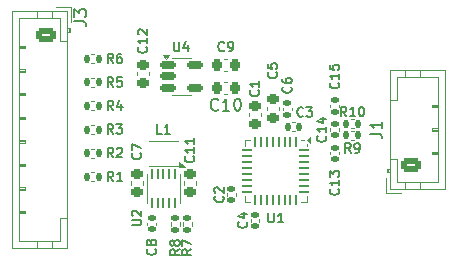
<source format=gbr>
%TF.GenerationSoftware,KiCad,Pcbnew,8.0.1*%
%TF.CreationDate,2024-04-25T00:01:52-04:00*%
%TF.ProjectId,ads1260_board,61647331-3236-4305-9f62-6f6172642e6b,rev?*%
%TF.SameCoordinates,Original*%
%TF.FileFunction,Legend,Top*%
%TF.FilePolarity,Positive*%
%FSLAX46Y46*%
G04 Gerber Fmt 4.6, Leading zero omitted, Abs format (unit mm)*
G04 Created by KiCad (PCBNEW 8.0.1) date 2024-04-25 00:01:52*
%MOMM*%
%LPD*%
G01*
G04 APERTURE LIST*
G04 Aperture macros list*
%AMRoundRect*
0 Rectangle with rounded corners*
0 $1 Rounding radius*
0 $2 $3 $4 $5 $6 $7 $8 $9 X,Y pos of 4 corners*
0 Add a 4 corners polygon primitive as box body*
4,1,4,$2,$3,$4,$5,$6,$7,$8,$9,$2,$3,0*
0 Add four circle primitives for the rounded corners*
1,1,$1+$1,$2,$3*
1,1,$1+$1,$4,$5*
1,1,$1+$1,$6,$7*
1,1,$1+$1,$8,$9*
0 Add four rect primitives between the rounded corners*
20,1,$1+$1,$2,$3,$4,$5,0*
20,1,$1+$1,$4,$5,$6,$7,0*
20,1,$1+$1,$6,$7,$8,$9,0*
20,1,$1+$1,$8,$9,$2,$3,0*%
G04 Aperture macros list end*
%ADD10C,0.150000*%
%ADD11C,0.120000*%
%ADD12C,1.300000*%
%ADD13O,1.750000X1.200000*%
%ADD14RoundRect,0.250000X-0.625000X0.350000X-0.625000X-0.350000X0.625000X-0.350000X0.625000X0.350000X0*%
%ADD15RoundRect,0.250000X0.625000X-0.350000X0.625000X0.350000X-0.625000X0.350000X-0.625000X-0.350000X0*%
%ADD16RoundRect,0.225000X0.225000X0.250000X-0.225000X0.250000X-0.225000X-0.250000X0.225000X-0.250000X0*%
%ADD17RoundRect,0.140000X-0.170000X0.140000X-0.170000X-0.140000X0.170000X-0.140000X0.170000X0.140000X0*%
%ADD18RoundRect,0.150000X-0.512500X-0.150000X0.512500X-0.150000X0.512500X0.150000X-0.512500X0.150000X0*%
%ADD19R,2.000000X1.200000*%
%ADD20RoundRect,0.062500X-0.062500X0.350000X-0.062500X-0.350000X0.062500X-0.350000X0.062500X0.350000X0*%
%ADD21R,3.150000X3.150000*%
%ADD22RoundRect,0.062500X-0.375000X0.062500X-0.375000X-0.062500X0.375000X-0.062500X0.375000X0.062500X0*%
%ADD23RoundRect,0.062500X-0.062500X0.375000X-0.062500X-0.375000X0.062500X-0.375000X0.062500X0.375000X0*%
%ADD24RoundRect,0.135000X0.135000X0.185000X-0.135000X0.185000X-0.135000X-0.185000X0.135000X-0.185000X0*%
%ADD25RoundRect,0.135000X-0.135000X-0.185000X0.135000X-0.185000X0.135000X0.185000X-0.135000X0.185000X0*%
%ADD26RoundRect,0.135000X0.185000X-0.135000X0.185000X0.135000X-0.185000X0.135000X-0.185000X-0.135000X0*%
%ADD27RoundRect,0.135000X-0.185000X0.135000X-0.185000X-0.135000X0.185000X-0.135000X0.185000X0.135000X0*%
%ADD28R,0.550000X1.600000*%
%ADD29RoundRect,0.140000X0.170000X-0.140000X0.170000X0.140000X-0.170000X0.140000X-0.170000X-0.140000X0*%
%ADD30RoundRect,0.225000X-0.250000X0.225000X-0.250000X-0.225000X0.250000X-0.225000X0.250000X0.225000X0*%
%ADD31RoundRect,0.225000X0.250000X-0.225000X0.250000X0.225000X-0.250000X0.225000X-0.250000X-0.225000X0*%
%ADD32RoundRect,0.140000X-0.140000X-0.170000X0.140000X-0.170000X0.140000X0.170000X-0.140000X0.170000X0*%
G04 APERTURE END LIST*
D10*
X115954819Y-72833333D02*
X116669104Y-72833333D01*
X116669104Y-72833333D02*
X116811961Y-72880952D01*
X116811961Y-72880952D02*
X116907200Y-72976190D01*
X116907200Y-72976190D02*
X116954819Y-73119047D01*
X116954819Y-73119047D02*
X116954819Y-73214285D01*
X115954819Y-72452380D02*
X115954819Y-71833333D01*
X115954819Y-71833333D02*
X116335771Y-72166666D01*
X116335771Y-72166666D02*
X116335771Y-72023809D01*
X116335771Y-72023809D02*
X116383390Y-71928571D01*
X116383390Y-71928571D02*
X116431009Y-71880952D01*
X116431009Y-71880952D02*
X116526247Y-71833333D01*
X116526247Y-71833333D02*
X116764342Y-71833333D01*
X116764342Y-71833333D02*
X116859580Y-71880952D01*
X116859580Y-71880952D02*
X116907200Y-71928571D01*
X116907200Y-71928571D02*
X116954819Y-72023809D01*
X116954819Y-72023809D02*
X116954819Y-72309523D01*
X116954819Y-72309523D02*
X116907200Y-72404761D01*
X116907200Y-72404761D02*
X116859580Y-72452380D01*
X141004819Y-82333333D02*
X141719104Y-82333333D01*
X141719104Y-82333333D02*
X141861961Y-82380952D01*
X141861961Y-82380952D02*
X141957200Y-82476190D01*
X141957200Y-82476190D02*
X142004819Y-82619047D01*
X142004819Y-82619047D02*
X142004819Y-82714285D01*
X142004819Y-81333333D02*
X142004819Y-81904761D01*
X142004819Y-81619047D02*
X141004819Y-81619047D01*
X141004819Y-81619047D02*
X141147676Y-81714285D01*
X141147676Y-81714285D02*
X141242914Y-81809523D01*
X141242914Y-81809523D02*
X141290533Y-81904761D01*
X128132142Y-80289580D02*
X128084523Y-80337200D01*
X128084523Y-80337200D02*
X127941666Y-80384819D01*
X127941666Y-80384819D02*
X127846428Y-80384819D01*
X127846428Y-80384819D02*
X127703571Y-80337200D01*
X127703571Y-80337200D02*
X127608333Y-80241961D01*
X127608333Y-80241961D02*
X127560714Y-80146723D01*
X127560714Y-80146723D02*
X127513095Y-79956247D01*
X127513095Y-79956247D02*
X127513095Y-79813390D01*
X127513095Y-79813390D02*
X127560714Y-79622914D01*
X127560714Y-79622914D02*
X127608333Y-79527676D01*
X127608333Y-79527676D02*
X127703571Y-79432438D01*
X127703571Y-79432438D02*
X127846428Y-79384819D01*
X127846428Y-79384819D02*
X127941666Y-79384819D01*
X127941666Y-79384819D02*
X128084523Y-79432438D01*
X128084523Y-79432438D02*
X128132142Y-79480057D01*
X129084523Y-80384819D02*
X128513095Y-80384819D01*
X128798809Y-80384819D02*
X128798809Y-79384819D01*
X128798809Y-79384819D02*
X128703571Y-79527676D01*
X128703571Y-79527676D02*
X128608333Y-79622914D01*
X128608333Y-79622914D02*
X128513095Y-79670533D01*
X129703571Y-79384819D02*
X129798809Y-79384819D01*
X129798809Y-79384819D02*
X129894047Y-79432438D01*
X129894047Y-79432438D02*
X129941666Y-79480057D01*
X129941666Y-79480057D02*
X129989285Y-79575295D01*
X129989285Y-79575295D02*
X130036904Y-79765771D01*
X130036904Y-79765771D02*
X130036904Y-80003866D01*
X130036904Y-80003866D02*
X129989285Y-80194342D01*
X129989285Y-80194342D02*
X129941666Y-80289580D01*
X129941666Y-80289580D02*
X129894047Y-80337200D01*
X129894047Y-80337200D02*
X129798809Y-80384819D01*
X129798809Y-80384819D02*
X129703571Y-80384819D01*
X129703571Y-80384819D02*
X129608333Y-80337200D01*
X129608333Y-80337200D02*
X129560714Y-80289580D01*
X129560714Y-80289580D02*
X129513095Y-80194342D01*
X129513095Y-80194342D02*
X129465476Y-80003866D01*
X129465476Y-80003866D02*
X129465476Y-79765771D01*
X129465476Y-79765771D02*
X129513095Y-79575295D01*
X129513095Y-79575295D02*
X129560714Y-79480057D01*
X129560714Y-79480057D02*
X129608333Y-79432438D01*
X129608333Y-79432438D02*
X129703571Y-79384819D01*
X130536104Y-89813332D02*
X130574200Y-89851428D01*
X130574200Y-89851428D02*
X130612295Y-89965713D01*
X130612295Y-89965713D02*
X130612295Y-90041904D01*
X130612295Y-90041904D02*
X130574200Y-90156190D01*
X130574200Y-90156190D02*
X130498009Y-90232380D01*
X130498009Y-90232380D02*
X130421819Y-90270475D01*
X130421819Y-90270475D02*
X130269438Y-90308571D01*
X130269438Y-90308571D02*
X130155152Y-90308571D01*
X130155152Y-90308571D02*
X130002771Y-90270475D01*
X130002771Y-90270475D02*
X129926580Y-90232380D01*
X129926580Y-90232380D02*
X129850390Y-90156190D01*
X129850390Y-90156190D02*
X129812295Y-90041904D01*
X129812295Y-90041904D02*
X129812295Y-89965713D01*
X129812295Y-89965713D02*
X129850390Y-89851428D01*
X129850390Y-89851428D02*
X129888485Y-89813332D01*
X130078961Y-89127618D02*
X130612295Y-89127618D01*
X129774200Y-89318094D02*
X130345628Y-89508571D01*
X130345628Y-89508571D02*
X130345628Y-89013332D01*
X124390476Y-74562295D02*
X124390476Y-75209914D01*
X124390476Y-75209914D02*
X124428571Y-75286104D01*
X124428571Y-75286104D02*
X124466666Y-75324200D01*
X124466666Y-75324200D02*
X124542857Y-75362295D01*
X124542857Y-75362295D02*
X124695238Y-75362295D01*
X124695238Y-75362295D02*
X124771428Y-75324200D01*
X124771428Y-75324200D02*
X124809523Y-75286104D01*
X124809523Y-75286104D02*
X124847619Y-75209914D01*
X124847619Y-75209914D02*
X124847619Y-74562295D01*
X125571428Y-74828961D02*
X125571428Y-75362295D01*
X125380952Y-74524200D02*
X125190475Y-75095628D01*
X125190475Y-75095628D02*
X125685714Y-75095628D01*
X120812295Y-90109523D02*
X121459914Y-90109523D01*
X121459914Y-90109523D02*
X121536104Y-90071428D01*
X121536104Y-90071428D02*
X121574200Y-90033333D01*
X121574200Y-90033333D02*
X121612295Y-89957142D01*
X121612295Y-89957142D02*
X121612295Y-89804761D01*
X121612295Y-89804761D02*
X121574200Y-89728571D01*
X121574200Y-89728571D02*
X121536104Y-89690476D01*
X121536104Y-89690476D02*
X121459914Y-89652380D01*
X121459914Y-89652380D02*
X120812295Y-89652380D01*
X120888485Y-89309524D02*
X120850390Y-89271428D01*
X120850390Y-89271428D02*
X120812295Y-89195238D01*
X120812295Y-89195238D02*
X120812295Y-89004762D01*
X120812295Y-89004762D02*
X120850390Y-88928571D01*
X120850390Y-88928571D02*
X120888485Y-88890476D01*
X120888485Y-88890476D02*
X120964676Y-88852381D01*
X120964676Y-88852381D02*
X121040866Y-88852381D01*
X121040866Y-88852381D02*
X121155152Y-88890476D01*
X121155152Y-88890476D02*
X121612295Y-89347619D01*
X121612295Y-89347619D02*
X121612295Y-88852381D01*
X132390476Y-89062295D02*
X132390476Y-89709914D01*
X132390476Y-89709914D02*
X132428571Y-89786104D01*
X132428571Y-89786104D02*
X132466666Y-89824200D01*
X132466666Y-89824200D02*
X132542857Y-89862295D01*
X132542857Y-89862295D02*
X132695238Y-89862295D01*
X132695238Y-89862295D02*
X132771428Y-89824200D01*
X132771428Y-89824200D02*
X132809523Y-89786104D01*
X132809523Y-89786104D02*
X132847619Y-89709914D01*
X132847619Y-89709914D02*
X132847619Y-89062295D01*
X133647618Y-89862295D02*
X133190475Y-89862295D01*
X133419047Y-89862295D02*
X133419047Y-89062295D01*
X133419047Y-89062295D02*
X133342856Y-89176580D01*
X133342856Y-89176580D02*
X133266666Y-89252771D01*
X133266666Y-89252771D02*
X133190475Y-89290866D01*
X138985714Y-80862295D02*
X138719047Y-80481342D01*
X138528571Y-80862295D02*
X138528571Y-80062295D01*
X138528571Y-80062295D02*
X138833333Y-80062295D01*
X138833333Y-80062295D02*
X138909523Y-80100390D01*
X138909523Y-80100390D02*
X138947618Y-80138485D01*
X138947618Y-80138485D02*
X138985714Y-80214676D01*
X138985714Y-80214676D02*
X138985714Y-80328961D01*
X138985714Y-80328961D02*
X138947618Y-80405152D01*
X138947618Y-80405152D02*
X138909523Y-80443247D01*
X138909523Y-80443247D02*
X138833333Y-80481342D01*
X138833333Y-80481342D02*
X138528571Y-80481342D01*
X139747618Y-80862295D02*
X139290475Y-80862295D01*
X139519047Y-80862295D02*
X139519047Y-80062295D01*
X139519047Y-80062295D02*
X139442856Y-80176580D01*
X139442856Y-80176580D02*
X139366666Y-80252771D01*
X139366666Y-80252771D02*
X139290475Y-80290866D01*
X140242857Y-80062295D02*
X140319047Y-80062295D01*
X140319047Y-80062295D02*
X140395238Y-80100390D01*
X140395238Y-80100390D02*
X140433333Y-80138485D01*
X140433333Y-80138485D02*
X140471428Y-80214676D01*
X140471428Y-80214676D02*
X140509523Y-80367057D01*
X140509523Y-80367057D02*
X140509523Y-80557533D01*
X140509523Y-80557533D02*
X140471428Y-80709914D01*
X140471428Y-80709914D02*
X140433333Y-80786104D01*
X140433333Y-80786104D02*
X140395238Y-80824200D01*
X140395238Y-80824200D02*
X140319047Y-80862295D01*
X140319047Y-80862295D02*
X140242857Y-80862295D01*
X140242857Y-80862295D02*
X140166666Y-80824200D01*
X140166666Y-80824200D02*
X140128571Y-80786104D01*
X140128571Y-80786104D02*
X140090476Y-80709914D01*
X140090476Y-80709914D02*
X140052380Y-80557533D01*
X140052380Y-80557533D02*
X140052380Y-80367057D01*
X140052380Y-80367057D02*
X140090476Y-80214676D01*
X140090476Y-80214676D02*
X140128571Y-80138485D01*
X140128571Y-80138485D02*
X140166666Y-80100390D01*
X140166666Y-80100390D02*
X140242857Y-80062295D01*
X139366667Y-83962295D02*
X139100000Y-83581342D01*
X138909524Y-83962295D02*
X138909524Y-83162295D01*
X138909524Y-83162295D02*
X139214286Y-83162295D01*
X139214286Y-83162295D02*
X139290476Y-83200390D01*
X139290476Y-83200390D02*
X139328571Y-83238485D01*
X139328571Y-83238485D02*
X139366667Y-83314676D01*
X139366667Y-83314676D02*
X139366667Y-83428961D01*
X139366667Y-83428961D02*
X139328571Y-83505152D01*
X139328571Y-83505152D02*
X139290476Y-83543247D01*
X139290476Y-83543247D02*
X139214286Y-83581342D01*
X139214286Y-83581342D02*
X138909524Y-83581342D01*
X139747619Y-83962295D02*
X139900000Y-83962295D01*
X139900000Y-83962295D02*
X139976190Y-83924200D01*
X139976190Y-83924200D02*
X140014286Y-83886104D01*
X140014286Y-83886104D02*
X140090476Y-83771819D01*
X140090476Y-83771819D02*
X140128571Y-83619438D01*
X140128571Y-83619438D02*
X140128571Y-83314676D01*
X140128571Y-83314676D02*
X140090476Y-83238485D01*
X140090476Y-83238485D02*
X140052381Y-83200390D01*
X140052381Y-83200390D02*
X139976190Y-83162295D01*
X139976190Y-83162295D02*
X139823809Y-83162295D01*
X139823809Y-83162295D02*
X139747619Y-83200390D01*
X139747619Y-83200390D02*
X139709524Y-83238485D01*
X139709524Y-83238485D02*
X139671428Y-83314676D01*
X139671428Y-83314676D02*
X139671428Y-83505152D01*
X139671428Y-83505152D02*
X139709524Y-83581342D01*
X139709524Y-83581342D02*
X139747619Y-83619438D01*
X139747619Y-83619438D02*
X139823809Y-83657533D01*
X139823809Y-83657533D02*
X139976190Y-83657533D01*
X139976190Y-83657533D02*
X140052381Y-83619438D01*
X140052381Y-83619438D02*
X140090476Y-83581342D01*
X140090476Y-83581342D02*
X140128571Y-83505152D01*
X124862295Y-92133332D02*
X124481342Y-92399999D01*
X124862295Y-92590475D02*
X124062295Y-92590475D01*
X124062295Y-92590475D02*
X124062295Y-92285713D01*
X124062295Y-92285713D02*
X124100390Y-92209523D01*
X124100390Y-92209523D02*
X124138485Y-92171428D01*
X124138485Y-92171428D02*
X124214676Y-92133332D01*
X124214676Y-92133332D02*
X124328961Y-92133332D01*
X124328961Y-92133332D02*
X124405152Y-92171428D01*
X124405152Y-92171428D02*
X124443247Y-92209523D01*
X124443247Y-92209523D02*
X124481342Y-92285713D01*
X124481342Y-92285713D02*
X124481342Y-92590475D01*
X124405152Y-91676190D02*
X124367057Y-91752380D01*
X124367057Y-91752380D02*
X124328961Y-91790475D01*
X124328961Y-91790475D02*
X124252771Y-91828571D01*
X124252771Y-91828571D02*
X124214676Y-91828571D01*
X124214676Y-91828571D02*
X124138485Y-91790475D01*
X124138485Y-91790475D02*
X124100390Y-91752380D01*
X124100390Y-91752380D02*
X124062295Y-91676190D01*
X124062295Y-91676190D02*
X124062295Y-91523809D01*
X124062295Y-91523809D02*
X124100390Y-91447618D01*
X124100390Y-91447618D02*
X124138485Y-91409523D01*
X124138485Y-91409523D02*
X124214676Y-91371428D01*
X124214676Y-91371428D02*
X124252771Y-91371428D01*
X124252771Y-91371428D02*
X124328961Y-91409523D01*
X124328961Y-91409523D02*
X124367057Y-91447618D01*
X124367057Y-91447618D02*
X124405152Y-91523809D01*
X124405152Y-91523809D02*
X124405152Y-91676190D01*
X124405152Y-91676190D02*
X124443247Y-91752380D01*
X124443247Y-91752380D02*
X124481342Y-91790475D01*
X124481342Y-91790475D02*
X124557533Y-91828571D01*
X124557533Y-91828571D02*
X124709914Y-91828571D01*
X124709914Y-91828571D02*
X124786104Y-91790475D01*
X124786104Y-91790475D02*
X124824200Y-91752380D01*
X124824200Y-91752380D02*
X124862295Y-91676190D01*
X124862295Y-91676190D02*
X124862295Y-91523809D01*
X124862295Y-91523809D02*
X124824200Y-91447618D01*
X124824200Y-91447618D02*
X124786104Y-91409523D01*
X124786104Y-91409523D02*
X124709914Y-91371428D01*
X124709914Y-91371428D02*
X124557533Y-91371428D01*
X124557533Y-91371428D02*
X124481342Y-91409523D01*
X124481342Y-91409523D02*
X124443247Y-91447618D01*
X124443247Y-91447618D02*
X124405152Y-91523809D01*
X125862295Y-92133332D02*
X125481342Y-92399999D01*
X125862295Y-92590475D02*
X125062295Y-92590475D01*
X125062295Y-92590475D02*
X125062295Y-92285713D01*
X125062295Y-92285713D02*
X125100390Y-92209523D01*
X125100390Y-92209523D02*
X125138485Y-92171428D01*
X125138485Y-92171428D02*
X125214676Y-92133332D01*
X125214676Y-92133332D02*
X125328961Y-92133332D01*
X125328961Y-92133332D02*
X125405152Y-92171428D01*
X125405152Y-92171428D02*
X125443247Y-92209523D01*
X125443247Y-92209523D02*
X125481342Y-92285713D01*
X125481342Y-92285713D02*
X125481342Y-92590475D01*
X125062295Y-91866666D02*
X125062295Y-91333332D01*
X125062295Y-91333332D02*
X125862295Y-91676190D01*
X119246303Y-76362295D02*
X118979636Y-75981342D01*
X118789160Y-76362295D02*
X118789160Y-75562295D01*
X118789160Y-75562295D02*
X119093922Y-75562295D01*
X119093922Y-75562295D02*
X119170112Y-75600390D01*
X119170112Y-75600390D02*
X119208207Y-75638485D01*
X119208207Y-75638485D02*
X119246303Y-75714676D01*
X119246303Y-75714676D02*
X119246303Y-75828961D01*
X119246303Y-75828961D02*
X119208207Y-75905152D01*
X119208207Y-75905152D02*
X119170112Y-75943247D01*
X119170112Y-75943247D02*
X119093922Y-75981342D01*
X119093922Y-75981342D02*
X118789160Y-75981342D01*
X119932017Y-75562295D02*
X119779636Y-75562295D01*
X119779636Y-75562295D02*
X119703445Y-75600390D01*
X119703445Y-75600390D02*
X119665350Y-75638485D01*
X119665350Y-75638485D02*
X119589160Y-75752771D01*
X119589160Y-75752771D02*
X119551064Y-75905152D01*
X119551064Y-75905152D02*
X119551064Y-76209914D01*
X119551064Y-76209914D02*
X119589160Y-76286104D01*
X119589160Y-76286104D02*
X119627255Y-76324200D01*
X119627255Y-76324200D02*
X119703445Y-76362295D01*
X119703445Y-76362295D02*
X119855826Y-76362295D01*
X119855826Y-76362295D02*
X119932017Y-76324200D01*
X119932017Y-76324200D02*
X119970112Y-76286104D01*
X119970112Y-76286104D02*
X120008207Y-76209914D01*
X120008207Y-76209914D02*
X120008207Y-76019438D01*
X120008207Y-76019438D02*
X119970112Y-75943247D01*
X119970112Y-75943247D02*
X119932017Y-75905152D01*
X119932017Y-75905152D02*
X119855826Y-75867057D01*
X119855826Y-75867057D02*
X119703445Y-75867057D01*
X119703445Y-75867057D02*
X119627255Y-75905152D01*
X119627255Y-75905152D02*
X119589160Y-75943247D01*
X119589160Y-75943247D02*
X119551064Y-76019438D01*
X119246303Y-78362295D02*
X118979636Y-77981342D01*
X118789160Y-78362295D02*
X118789160Y-77562295D01*
X118789160Y-77562295D02*
X119093922Y-77562295D01*
X119093922Y-77562295D02*
X119170112Y-77600390D01*
X119170112Y-77600390D02*
X119208207Y-77638485D01*
X119208207Y-77638485D02*
X119246303Y-77714676D01*
X119246303Y-77714676D02*
X119246303Y-77828961D01*
X119246303Y-77828961D02*
X119208207Y-77905152D01*
X119208207Y-77905152D02*
X119170112Y-77943247D01*
X119170112Y-77943247D02*
X119093922Y-77981342D01*
X119093922Y-77981342D02*
X118789160Y-77981342D01*
X119970112Y-77562295D02*
X119589160Y-77562295D01*
X119589160Y-77562295D02*
X119551064Y-77943247D01*
X119551064Y-77943247D02*
X119589160Y-77905152D01*
X119589160Y-77905152D02*
X119665350Y-77867057D01*
X119665350Y-77867057D02*
X119855826Y-77867057D01*
X119855826Y-77867057D02*
X119932017Y-77905152D01*
X119932017Y-77905152D02*
X119970112Y-77943247D01*
X119970112Y-77943247D02*
X120008207Y-78019438D01*
X120008207Y-78019438D02*
X120008207Y-78209914D01*
X120008207Y-78209914D02*
X119970112Y-78286104D01*
X119970112Y-78286104D02*
X119932017Y-78324200D01*
X119932017Y-78324200D02*
X119855826Y-78362295D01*
X119855826Y-78362295D02*
X119665350Y-78362295D01*
X119665350Y-78362295D02*
X119589160Y-78324200D01*
X119589160Y-78324200D02*
X119551064Y-78286104D01*
X119246303Y-80362295D02*
X118979636Y-79981342D01*
X118789160Y-80362295D02*
X118789160Y-79562295D01*
X118789160Y-79562295D02*
X119093922Y-79562295D01*
X119093922Y-79562295D02*
X119170112Y-79600390D01*
X119170112Y-79600390D02*
X119208207Y-79638485D01*
X119208207Y-79638485D02*
X119246303Y-79714676D01*
X119246303Y-79714676D02*
X119246303Y-79828961D01*
X119246303Y-79828961D02*
X119208207Y-79905152D01*
X119208207Y-79905152D02*
X119170112Y-79943247D01*
X119170112Y-79943247D02*
X119093922Y-79981342D01*
X119093922Y-79981342D02*
X118789160Y-79981342D01*
X119932017Y-79828961D02*
X119932017Y-80362295D01*
X119741541Y-79524200D02*
X119551064Y-80095628D01*
X119551064Y-80095628D02*
X120046303Y-80095628D01*
X119246303Y-82362295D02*
X118979636Y-81981342D01*
X118789160Y-82362295D02*
X118789160Y-81562295D01*
X118789160Y-81562295D02*
X119093922Y-81562295D01*
X119093922Y-81562295D02*
X119170112Y-81600390D01*
X119170112Y-81600390D02*
X119208207Y-81638485D01*
X119208207Y-81638485D02*
X119246303Y-81714676D01*
X119246303Y-81714676D02*
X119246303Y-81828961D01*
X119246303Y-81828961D02*
X119208207Y-81905152D01*
X119208207Y-81905152D02*
X119170112Y-81943247D01*
X119170112Y-81943247D02*
X119093922Y-81981342D01*
X119093922Y-81981342D02*
X118789160Y-81981342D01*
X119512969Y-81562295D02*
X120008207Y-81562295D01*
X120008207Y-81562295D02*
X119741541Y-81867057D01*
X119741541Y-81867057D02*
X119855826Y-81867057D01*
X119855826Y-81867057D02*
X119932017Y-81905152D01*
X119932017Y-81905152D02*
X119970112Y-81943247D01*
X119970112Y-81943247D02*
X120008207Y-82019438D01*
X120008207Y-82019438D02*
X120008207Y-82209914D01*
X120008207Y-82209914D02*
X119970112Y-82286104D01*
X119970112Y-82286104D02*
X119932017Y-82324200D01*
X119932017Y-82324200D02*
X119855826Y-82362295D01*
X119855826Y-82362295D02*
X119627255Y-82362295D01*
X119627255Y-82362295D02*
X119551064Y-82324200D01*
X119551064Y-82324200D02*
X119512969Y-82286104D01*
X119246303Y-84362295D02*
X118979636Y-83981342D01*
X118789160Y-84362295D02*
X118789160Y-83562295D01*
X118789160Y-83562295D02*
X119093922Y-83562295D01*
X119093922Y-83562295D02*
X119170112Y-83600390D01*
X119170112Y-83600390D02*
X119208207Y-83638485D01*
X119208207Y-83638485D02*
X119246303Y-83714676D01*
X119246303Y-83714676D02*
X119246303Y-83828961D01*
X119246303Y-83828961D02*
X119208207Y-83905152D01*
X119208207Y-83905152D02*
X119170112Y-83943247D01*
X119170112Y-83943247D02*
X119093922Y-83981342D01*
X119093922Y-83981342D02*
X118789160Y-83981342D01*
X119551064Y-83638485D02*
X119589160Y-83600390D01*
X119589160Y-83600390D02*
X119665350Y-83562295D01*
X119665350Y-83562295D02*
X119855826Y-83562295D01*
X119855826Y-83562295D02*
X119932017Y-83600390D01*
X119932017Y-83600390D02*
X119970112Y-83638485D01*
X119970112Y-83638485D02*
X120008207Y-83714676D01*
X120008207Y-83714676D02*
X120008207Y-83790866D01*
X120008207Y-83790866D02*
X119970112Y-83905152D01*
X119970112Y-83905152D02*
X119512969Y-84362295D01*
X119512969Y-84362295D02*
X120008207Y-84362295D01*
X119246303Y-86362295D02*
X118979636Y-85981342D01*
X118789160Y-86362295D02*
X118789160Y-85562295D01*
X118789160Y-85562295D02*
X119093922Y-85562295D01*
X119093922Y-85562295D02*
X119170112Y-85600390D01*
X119170112Y-85600390D02*
X119208207Y-85638485D01*
X119208207Y-85638485D02*
X119246303Y-85714676D01*
X119246303Y-85714676D02*
X119246303Y-85828961D01*
X119246303Y-85828961D02*
X119208207Y-85905152D01*
X119208207Y-85905152D02*
X119170112Y-85943247D01*
X119170112Y-85943247D02*
X119093922Y-85981342D01*
X119093922Y-85981342D02*
X118789160Y-85981342D01*
X120008207Y-86362295D02*
X119551064Y-86362295D01*
X119779636Y-86362295D02*
X119779636Y-85562295D01*
X119779636Y-85562295D02*
X119703445Y-85676580D01*
X119703445Y-85676580D02*
X119627255Y-85752771D01*
X119627255Y-85752771D02*
X119551064Y-85790866D01*
X123366666Y-82362295D02*
X122985714Y-82362295D01*
X122985714Y-82362295D02*
X122985714Y-81562295D01*
X124052380Y-82362295D02*
X123595237Y-82362295D01*
X123823809Y-82362295D02*
X123823809Y-81562295D01*
X123823809Y-81562295D02*
X123747618Y-81676580D01*
X123747618Y-81676580D02*
X123671428Y-81752771D01*
X123671428Y-81752771D02*
X123595237Y-81790866D01*
X138286104Y-78014285D02*
X138324200Y-78052381D01*
X138324200Y-78052381D02*
X138362295Y-78166666D01*
X138362295Y-78166666D02*
X138362295Y-78242857D01*
X138362295Y-78242857D02*
X138324200Y-78357143D01*
X138324200Y-78357143D02*
X138248009Y-78433333D01*
X138248009Y-78433333D02*
X138171819Y-78471428D01*
X138171819Y-78471428D02*
X138019438Y-78509524D01*
X138019438Y-78509524D02*
X137905152Y-78509524D01*
X137905152Y-78509524D02*
X137752771Y-78471428D01*
X137752771Y-78471428D02*
X137676580Y-78433333D01*
X137676580Y-78433333D02*
X137600390Y-78357143D01*
X137600390Y-78357143D02*
X137562295Y-78242857D01*
X137562295Y-78242857D02*
X137562295Y-78166666D01*
X137562295Y-78166666D02*
X137600390Y-78052381D01*
X137600390Y-78052381D02*
X137638485Y-78014285D01*
X138362295Y-77252381D02*
X138362295Y-77709524D01*
X138362295Y-77480952D02*
X137562295Y-77480952D01*
X137562295Y-77480952D02*
X137676580Y-77557143D01*
X137676580Y-77557143D02*
X137752771Y-77633333D01*
X137752771Y-77633333D02*
X137790866Y-77709524D01*
X137562295Y-76528571D02*
X137562295Y-76909523D01*
X137562295Y-76909523D02*
X137943247Y-76947619D01*
X137943247Y-76947619D02*
X137905152Y-76909523D01*
X137905152Y-76909523D02*
X137867057Y-76833333D01*
X137867057Y-76833333D02*
X137867057Y-76642857D01*
X137867057Y-76642857D02*
X137905152Y-76566666D01*
X137905152Y-76566666D02*
X137943247Y-76528571D01*
X137943247Y-76528571D02*
X138019438Y-76490476D01*
X138019438Y-76490476D02*
X138209914Y-76490476D01*
X138209914Y-76490476D02*
X138286104Y-76528571D01*
X138286104Y-76528571D02*
X138324200Y-76566666D01*
X138324200Y-76566666D02*
X138362295Y-76642857D01*
X138362295Y-76642857D02*
X138362295Y-76833333D01*
X138362295Y-76833333D02*
X138324200Y-76909523D01*
X138324200Y-76909523D02*
X138286104Y-76947619D01*
X137223604Y-82514285D02*
X137261700Y-82552381D01*
X137261700Y-82552381D02*
X137299795Y-82666666D01*
X137299795Y-82666666D02*
X137299795Y-82742857D01*
X137299795Y-82742857D02*
X137261700Y-82857143D01*
X137261700Y-82857143D02*
X137185509Y-82933333D01*
X137185509Y-82933333D02*
X137109319Y-82971428D01*
X137109319Y-82971428D02*
X136956938Y-83009524D01*
X136956938Y-83009524D02*
X136842652Y-83009524D01*
X136842652Y-83009524D02*
X136690271Y-82971428D01*
X136690271Y-82971428D02*
X136614080Y-82933333D01*
X136614080Y-82933333D02*
X136537890Y-82857143D01*
X136537890Y-82857143D02*
X136499795Y-82742857D01*
X136499795Y-82742857D02*
X136499795Y-82666666D01*
X136499795Y-82666666D02*
X136537890Y-82552381D01*
X136537890Y-82552381D02*
X136575985Y-82514285D01*
X137299795Y-81752381D02*
X137299795Y-82209524D01*
X137299795Y-81980952D02*
X136499795Y-81980952D01*
X136499795Y-81980952D02*
X136614080Y-82057143D01*
X136614080Y-82057143D02*
X136690271Y-82133333D01*
X136690271Y-82133333D02*
X136728366Y-82209524D01*
X136766461Y-81066666D02*
X137299795Y-81066666D01*
X136461700Y-81257142D02*
X137033128Y-81447619D01*
X137033128Y-81447619D02*
X137033128Y-80952380D01*
X138286104Y-87014285D02*
X138324200Y-87052381D01*
X138324200Y-87052381D02*
X138362295Y-87166666D01*
X138362295Y-87166666D02*
X138362295Y-87242857D01*
X138362295Y-87242857D02*
X138324200Y-87357143D01*
X138324200Y-87357143D02*
X138248009Y-87433333D01*
X138248009Y-87433333D02*
X138171819Y-87471428D01*
X138171819Y-87471428D02*
X138019438Y-87509524D01*
X138019438Y-87509524D02*
X137905152Y-87509524D01*
X137905152Y-87509524D02*
X137752771Y-87471428D01*
X137752771Y-87471428D02*
X137676580Y-87433333D01*
X137676580Y-87433333D02*
X137600390Y-87357143D01*
X137600390Y-87357143D02*
X137562295Y-87242857D01*
X137562295Y-87242857D02*
X137562295Y-87166666D01*
X137562295Y-87166666D02*
X137600390Y-87052381D01*
X137600390Y-87052381D02*
X137638485Y-87014285D01*
X138362295Y-86252381D02*
X138362295Y-86709524D01*
X138362295Y-86480952D02*
X137562295Y-86480952D01*
X137562295Y-86480952D02*
X137676580Y-86557143D01*
X137676580Y-86557143D02*
X137752771Y-86633333D01*
X137752771Y-86633333D02*
X137790866Y-86709524D01*
X137562295Y-85985714D02*
X137562295Y-85490476D01*
X137562295Y-85490476D02*
X137867057Y-85757142D01*
X137867057Y-85757142D02*
X137867057Y-85642857D01*
X137867057Y-85642857D02*
X137905152Y-85566666D01*
X137905152Y-85566666D02*
X137943247Y-85528571D01*
X137943247Y-85528571D02*
X138019438Y-85490476D01*
X138019438Y-85490476D02*
X138209914Y-85490476D01*
X138209914Y-85490476D02*
X138286104Y-85528571D01*
X138286104Y-85528571D02*
X138324200Y-85566666D01*
X138324200Y-85566666D02*
X138362295Y-85642857D01*
X138362295Y-85642857D02*
X138362295Y-85871428D01*
X138362295Y-85871428D02*
X138324200Y-85947619D01*
X138324200Y-85947619D02*
X138286104Y-85985714D01*
X122036104Y-75014285D02*
X122074200Y-75052381D01*
X122074200Y-75052381D02*
X122112295Y-75166666D01*
X122112295Y-75166666D02*
X122112295Y-75242857D01*
X122112295Y-75242857D02*
X122074200Y-75357143D01*
X122074200Y-75357143D02*
X121998009Y-75433333D01*
X121998009Y-75433333D02*
X121921819Y-75471428D01*
X121921819Y-75471428D02*
X121769438Y-75509524D01*
X121769438Y-75509524D02*
X121655152Y-75509524D01*
X121655152Y-75509524D02*
X121502771Y-75471428D01*
X121502771Y-75471428D02*
X121426580Y-75433333D01*
X121426580Y-75433333D02*
X121350390Y-75357143D01*
X121350390Y-75357143D02*
X121312295Y-75242857D01*
X121312295Y-75242857D02*
X121312295Y-75166666D01*
X121312295Y-75166666D02*
X121350390Y-75052381D01*
X121350390Y-75052381D02*
X121388485Y-75014285D01*
X122112295Y-74252381D02*
X122112295Y-74709524D01*
X122112295Y-74480952D02*
X121312295Y-74480952D01*
X121312295Y-74480952D02*
X121426580Y-74557143D01*
X121426580Y-74557143D02*
X121502771Y-74633333D01*
X121502771Y-74633333D02*
X121540866Y-74709524D01*
X121388485Y-73947619D02*
X121350390Y-73909523D01*
X121350390Y-73909523D02*
X121312295Y-73833333D01*
X121312295Y-73833333D02*
X121312295Y-73642857D01*
X121312295Y-73642857D02*
X121350390Y-73566666D01*
X121350390Y-73566666D02*
X121388485Y-73528571D01*
X121388485Y-73528571D02*
X121464676Y-73490476D01*
X121464676Y-73490476D02*
X121540866Y-73490476D01*
X121540866Y-73490476D02*
X121655152Y-73528571D01*
X121655152Y-73528571D02*
X122112295Y-73985714D01*
X122112295Y-73985714D02*
X122112295Y-73490476D01*
X126036104Y-84278696D02*
X126074200Y-84316792D01*
X126074200Y-84316792D02*
X126112295Y-84431077D01*
X126112295Y-84431077D02*
X126112295Y-84507268D01*
X126112295Y-84507268D02*
X126074200Y-84621554D01*
X126074200Y-84621554D02*
X125998009Y-84697744D01*
X125998009Y-84697744D02*
X125921819Y-84735839D01*
X125921819Y-84735839D02*
X125769438Y-84773935D01*
X125769438Y-84773935D02*
X125655152Y-84773935D01*
X125655152Y-84773935D02*
X125502771Y-84735839D01*
X125502771Y-84735839D02*
X125426580Y-84697744D01*
X125426580Y-84697744D02*
X125350390Y-84621554D01*
X125350390Y-84621554D02*
X125312295Y-84507268D01*
X125312295Y-84507268D02*
X125312295Y-84431077D01*
X125312295Y-84431077D02*
X125350390Y-84316792D01*
X125350390Y-84316792D02*
X125388485Y-84278696D01*
X126112295Y-83516792D02*
X126112295Y-83973935D01*
X126112295Y-83745363D02*
X125312295Y-83745363D01*
X125312295Y-83745363D02*
X125426580Y-83821554D01*
X125426580Y-83821554D02*
X125502771Y-83897744D01*
X125502771Y-83897744D02*
X125540866Y-83973935D01*
X126112295Y-82754887D02*
X126112295Y-83212030D01*
X126112295Y-82983458D02*
X125312295Y-82983458D01*
X125312295Y-82983458D02*
X125426580Y-83059649D01*
X125426580Y-83059649D02*
X125502771Y-83135839D01*
X125502771Y-83135839D02*
X125540866Y-83212030D01*
X128641667Y-75286104D02*
X128603571Y-75324200D01*
X128603571Y-75324200D02*
X128489286Y-75362295D01*
X128489286Y-75362295D02*
X128413095Y-75362295D01*
X128413095Y-75362295D02*
X128298809Y-75324200D01*
X128298809Y-75324200D02*
X128222619Y-75248009D01*
X128222619Y-75248009D02*
X128184524Y-75171819D01*
X128184524Y-75171819D02*
X128146428Y-75019438D01*
X128146428Y-75019438D02*
X128146428Y-74905152D01*
X128146428Y-74905152D02*
X128184524Y-74752771D01*
X128184524Y-74752771D02*
X128222619Y-74676580D01*
X128222619Y-74676580D02*
X128298809Y-74600390D01*
X128298809Y-74600390D02*
X128413095Y-74562295D01*
X128413095Y-74562295D02*
X128489286Y-74562295D01*
X128489286Y-74562295D02*
X128603571Y-74600390D01*
X128603571Y-74600390D02*
X128641667Y-74638485D01*
X129022619Y-75362295D02*
X129175000Y-75362295D01*
X129175000Y-75362295D02*
X129251190Y-75324200D01*
X129251190Y-75324200D02*
X129289286Y-75286104D01*
X129289286Y-75286104D02*
X129365476Y-75171819D01*
X129365476Y-75171819D02*
X129403571Y-75019438D01*
X129403571Y-75019438D02*
X129403571Y-74714676D01*
X129403571Y-74714676D02*
X129365476Y-74638485D01*
X129365476Y-74638485D02*
X129327381Y-74600390D01*
X129327381Y-74600390D02*
X129251190Y-74562295D01*
X129251190Y-74562295D02*
X129098809Y-74562295D01*
X129098809Y-74562295D02*
X129022619Y-74600390D01*
X129022619Y-74600390D02*
X128984524Y-74638485D01*
X128984524Y-74638485D02*
X128946428Y-74714676D01*
X128946428Y-74714676D02*
X128946428Y-74905152D01*
X128946428Y-74905152D02*
X128984524Y-74981342D01*
X128984524Y-74981342D02*
X129022619Y-75019438D01*
X129022619Y-75019438D02*
X129098809Y-75057533D01*
X129098809Y-75057533D02*
X129251190Y-75057533D01*
X129251190Y-75057533D02*
X129327381Y-75019438D01*
X129327381Y-75019438D02*
X129365476Y-74981342D01*
X129365476Y-74981342D02*
X129403571Y-74905152D01*
X122786104Y-92113332D02*
X122824200Y-92151428D01*
X122824200Y-92151428D02*
X122862295Y-92265713D01*
X122862295Y-92265713D02*
X122862295Y-92341904D01*
X122862295Y-92341904D02*
X122824200Y-92456190D01*
X122824200Y-92456190D02*
X122748009Y-92532380D01*
X122748009Y-92532380D02*
X122671819Y-92570475D01*
X122671819Y-92570475D02*
X122519438Y-92608571D01*
X122519438Y-92608571D02*
X122405152Y-92608571D01*
X122405152Y-92608571D02*
X122252771Y-92570475D01*
X122252771Y-92570475D02*
X122176580Y-92532380D01*
X122176580Y-92532380D02*
X122100390Y-92456190D01*
X122100390Y-92456190D02*
X122062295Y-92341904D01*
X122062295Y-92341904D02*
X122062295Y-92265713D01*
X122062295Y-92265713D02*
X122100390Y-92151428D01*
X122100390Y-92151428D02*
X122138485Y-92113332D01*
X122405152Y-91656190D02*
X122367057Y-91732380D01*
X122367057Y-91732380D02*
X122328961Y-91770475D01*
X122328961Y-91770475D02*
X122252771Y-91808571D01*
X122252771Y-91808571D02*
X122214676Y-91808571D01*
X122214676Y-91808571D02*
X122138485Y-91770475D01*
X122138485Y-91770475D02*
X122100390Y-91732380D01*
X122100390Y-91732380D02*
X122062295Y-91656190D01*
X122062295Y-91656190D02*
X122062295Y-91503809D01*
X122062295Y-91503809D02*
X122100390Y-91427618D01*
X122100390Y-91427618D02*
X122138485Y-91389523D01*
X122138485Y-91389523D02*
X122214676Y-91351428D01*
X122214676Y-91351428D02*
X122252771Y-91351428D01*
X122252771Y-91351428D02*
X122328961Y-91389523D01*
X122328961Y-91389523D02*
X122367057Y-91427618D01*
X122367057Y-91427618D02*
X122405152Y-91503809D01*
X122405152Y-91503809D02*
X122405152Y-91656190D01*
X122405152Y-91656190D02*
X122443247Y-91732380D01*
X122443247Y-91732380D02*
X122481342Y-91770475D01*
X122481342Y-91770475D02*
X122557533Y-91808571D01*
X122557533Y-91808571D02*
X122709914Y-91808571D01*
X122709914Y-91808571D02*
X122786104Y-91770475D01*
X122786104Y-91770475D02*
X122824200Y-91732380D01*
X122824200Y-91732380D02*
X122862295Y-91656190D01*
X122862295Y-91656190D02*
X122862295Y-91503809D01*
X122862295Y-91503809D02*
X122824200Y-91427618D01*
X122824200Y-91427618D02*
X122786104Y-91389523D01*
X122786104Y-91389523D02*
X122709914Y-91351428D01*
X122709914Y-91351428D02*
X122557533Y-91351428D01*
X122557533Y-91351428D02*
X122481342Y-91389523D01*
X122481342Y-91389523D02*
X122443247Y-91427618D01*
X122443247Y-91427618D02*
X122405152Y-91503809D01*
X121536104Y-84003696D02*
X121574200Y-84041792D01*
X121574200Y-84041792D02*
X121612295Y-84156077D01*
X121612295Y-84156077D02*
X121612295Y-84232268D01*
X121612295Y-84232268D02*
X121574200Y-84346554D01*
X121574200Y-84346554D02*
X121498009Y-84422744D01*
X121498009Y-84422744D02*
X121421819Y-84460839D01*
X121421819Y-84460839D02*
X121269438Y-84498935D01*
X121269438Y-84498935D02*
X121155152Y-84498935D01*
X121155152Y-84498935D02*
X121002771Y-84460839D01*
X121002771Y-84460839D02*
X120926580Y-84422744D01*
X120926580Y-84422744D02*
X120850390Y-84346554D01*
X120850390Y-84346554D02*
X120812295Y-84232268D01*
X120812295Y-84232268D02*
X120812295Y-84156077D01*
X120812295Y-84156077D02*
X120850390Y-84041792D01*
X120850390Y-84041792D02*
X120888485Y-84003696D01*
X120812295Y-83737030D02*
X120812295Y-83203696D01*
X120812295Y-83203696D02*
X121612295Y-83546554D01*
X134286104Y-78383332D02*
X134324200Y-78421428D01*
X134324200Y-78421428D02*
X134362295Y-78535713D01*
X134362295Y-78535713D02*
X134362295Y-78611904D01*
X134362295Y-78611904D02*
X134324200Y-78726190D01*
X134324200Y-78726190D02*
X134248009Y-78802380D01*
X134248009Y-78802380D02*
X134171819Y-78840475D01*
X134171819Y-78840475D02*
X134019438Y-78878571D01*
X134019438Y-78878571D02*
X133905152Y-78878571D01*
X133905152Y-78878571D02*
X133752771Y-78840475D01*
X133752771Y-78840475D02*
X133676580Y-78802380D01*
X133676580Y-78802380D02*
X133600390Y-78726190D01*
X133600390Y-78726190D02*
X133562295Y-78611904D01*
X133562295Y-78611904D02*
X133562295Y-78535713D01*
X133562295Y-78535713D02*
X133600390Y-78421428D01*
X133600390Y-78421428D02*
X133638485Y-78383332D01*
X133562295Y-77697618D02*
X133562295Y-77849999D01*
X133562295Y-77849999D02*
X133600390Y-77926190D01*
X133600390Y-77926190D02*
X133638485Y-77964285D01*
X133638485Y-77964285D02*
X133752771Y-78040475D01*
X133752771Y-78040475D02*
X133905152Y-78078571D01*
X133905152Y-78078571D02*
X134209914Y-78078571D01*
X134209914Y-78078571D02*
X134286104Y-78040475D01*
X134286104Y-78040475D02*
X134324200Y-78002380D01*
X134324200Y-78002380D02*
X134362295Y-77926190D01*
X134362295Y-77926190D02*
X134362295Y-77773809D01*
X134362295Y-77773809D02*
X134324200Y-77697618D01*
X134324200Y-77697618D02*
X134286104Y-77659523D01*
X134286104Y-77659523D02*
X134209914Y-77621428D01*
X134209914Y-77621428D02*
X134019438Y-77621428D01*
X134019438Y-77621428D02*
X133943247Y-77659523D01*
X133943247Y-77659523D02*
X133905152Y-77697618D01*
X133905152Y-77697618D02*
X133867057Y-77773809D01*
X133867057Y-77773809D02*
X133867057Y-77926190D01*
X133867057Y-77926190D02*
X133905152Y-78002380D01*
X133905152Y-78002380D02*
X133943247Y-78040475D01*
X133943247Y-78040475D02*
X134019438Y-78078571D01*
X133036104Y-77158332D02*
X133074200Y-77196428D01*
X133074200Y-77196428D02*
X133112295Y-77310713D01*
X133112295Y-77310713D02*
X133112295Y-77386904D01*
X133112295Y-77386904D02*
X133074200Y-77501190D01*
X133074200Y-77501190D02*
X132998009Y-77577380D01*
X132998009Y-77577380D02*
X132921819Y-77615475D01*
X132921819Y-77615475D02*
X132769438Y-77653571D01*
X132769438Y-77653571D02*
X132655152Y-77653571D01*
X132655152Y-77653571D02*
X132502771Y-77615475D01*
X132502771Y-77615475D02*
X132426580Y-77577380D01*
X132426580Y-77577380D02*
X132350390Y-77501190D01*
X132350390Y-77501190D02*
X132312295Y-77386904D01*
X132312295Y-77386904D02*
X132312295Y-77310713D01*
X132312295Y-77310713D02*
X132350390Y-77196428D01*
X132350390Y-77196428D02*
X132388485Y-77158332D01*
X132312295Y-76434523D02*
X132312295Y-76815475D01*
X132312295Y-76815475D02*
X132693247Y-76853571D01*
X132693247Y-76853571D02*
X132655152Y-76815475D01*
X132655152Y-76815475D02*
X132617057Y-76739285D01*
X132617057Y-76739285D02*
X132617057Y-76548809D01*
X132617057Y-76548809D02*
X132655152Y-76472618D01*
X132655152Y-76472618D02*
X132693247Y-76434523D01*
X132693247Y-76434523D02*
X132769438Y-76396428D01*
X132769438Y-76396428D02*
X132959914Y-76396428D01*
X132959914Y-76396428D02*
X133036104Y-76434523D01*
X133036104Y-76434523D02*
X133074200Y-76472618D01*
X133074200Y-76472618D02*
X133112295Y-76548809D01*
X133112295Y-76548809D02*
X133112295Y-76739285D01*
X133112295Y-76739285D02*
X133074200Y-76815475D01*
X133074200Y-76815475D02*
X133036104Y-76853571D01*
X135329167Y-80836104D02*
X135291071Y-80874200D01*
X135291071Y-80874200D02*
X135176786Y-80912295D01*
X135176786Y-80912295D02*
X135100595Y-80912295D01*
X135100595Y-80912295D02*
X134986309Y-80874200D01*
X134986309Y-80874200D02*
X134910119Y-80798009D01*
X134910119Y-80798009D02*
X134872024Y-80721819D01*
X134872024Y-80721819D02*
X134833928Y-80569438D01*
X134833928Y-80569438D02*
X134833928Y-80455152D01*
X134833928Y-80455152D02*
X134872024Y-80302771D01*
X134872024Y-80302771D02*
X134910119Y-80226580D01*
X134910119Y-80226580D02*
X134986309Y-80150390D01*
X134986309Y-80150390D02*
X135100595Y-80112295D01*
X135100595Y-80112295D02*
X135176786Y-80112295D01*
X135176786Y-80112295D02*
X135291071Y-80150390D01*
X135291071Y-80150390D02*
X135329167Y-80188485D01*
X135595833Y-80112295D02*
X136091071Y-80112295D01*
X136091071Y-80112295D02*
X135824405Y-80417057D01*
X135824405Y-80417057D02*
X135938690Y-80417057D01*
X135938690Y-80417057D02*
X136014881Y-80455152D01*
X136014881Y-80455152D02*
X136052976Y-80493247D01*
X136052976Y-80493247D02*
X136091071Y-80569438D01*
X136091071Y-80569438D02*
X136091071Y-80759914D01*
X136091071Y-80759914D02*
X136052976Y-80836104D01*
X136052976Y-80836104D02*
X136014881Y-80874200D01*
X136014881Y-80874200D02*
X135938690Y-80912295D01*
X135938690Y-80912295D02*
X135710119Y-80912295D01*
X135710119Y-80912295D02*
X135633928Y-80874200D01*
X135633928Y-80874200D02*
X135595833Y-80836104D01*
X128536104Y-87633332D02*
X128574200Y-87671428D01*
X128574200Y-87671428D02*
X128612295Y-87785713D01*
X128612295Y-87785713D02*
X128612295Y-87861904D01*
X128612295Y-87861904D02*
X128574200Y-87976190D01*
X128574200Y-87976190D02*
X128498009Y-88052380D01*
X128498009Y-88052380D02*
X128421819Y-88090475D01*
X128421819Y-88090475D02*
X128269438Y-88128571D01*
X128269438Y-88128571D02*
X128155152Y-88128571D01*
X128155152Y-88128571D02*
X128002771Y-88090475D01*
X128002771Y-88090475D02*
X127926580Y-88052380D01*
X127926580Y-88052380D02*
X127850390Y-87976190D01*
X127850390Y-87976190D02*
X127812295Y-87861904D01*
X127812295Y-87861904D02*
X127812295Y-87785713D01*
X127812295Y-87785713D02*
X127850390Y-87671428D01*
X127850390Y-87671428D02*
X127888485Y-87633332D01*
X127888485Y-87328571D02*
X127850390Y-87290475D01*
X127850390Y-87290475D02*
X127812295Y-87214285D01*
X127812295Y-87214285D02*
X127812295Y-87023809D01*
X127812295Y-87023809D02*
X127850390Y-86947618D01*
X127850390Y-86947618D02*
X127888485Y-86909523D01*
X127888485Y-86909523D02*
X127964676Y-86871428D01*
X127964676Y-86871428D02*
X128040866Y-86871428D01*
X128040866Y-86871428D02*
X128155152Y-86909523D01*
X128155152Y-86909523D02*
X128612295Y-87366666D01*
X128612295Y-87366666D02*
X128612295Y-86871428D01*
X131536104Y-78658332D02*
X131574200Y-78696428D01*
X131574200Y-78696428D02*
X131612295Y-78810713D01*
X131612295Y-78810713D02*
X131612295Y-78886904D01*
X131612295Y-78886904D02*
X131574200Y-79001190D01*
X131574200Y-79001190D02*
X131498009Y-79077380D01*
X131498009Y-79077380D02*
X131421819Y-79115475D01*
X131421819Y-79115475D02*
X131269438Y-79153571D01*
X131269438Y-79153571D02*
X131155152Y-79153571D01*
X131155152Y-79153571D02*
X131002771Y-79115475D01*
X131002771Y-79115475D02*
X130926580Y-79077380D01*
X130926580Y-79077380D02*
X130850390Y-79001190D01*
X130850390Y-79001190D02*
X130812295Y-78886904D01*
X130812295Y-78886904D02*
X130812295Y-78810713D01*
X130812295Y-78810713D02*
X130850390Y-78696428D01*
X130850390Y-78696428D02*
X130888485Y-78658332D01*
X131612295Y-77896428D02*
X131612295Y-78353571D01*
X131612295Y-78124999D02*
X130812295Y-78124999D01*
X130812295Y-78124999D02*
X130926580Y-78201190D01*
X130926580Y-78201190D02*
X131002771Y-78277380D01*
X131002771Y-78277380D02*
X131040866Y-78353571D01*
D11*
%TO.C,J3*%
X110640000Y-92060000D02*
X115360000Y-92060000D01*
X112750000Y-92060000D02*
X112750000Y-91450000D01*
X114050000Y-92060000D02*
X114050000Y-91450000D01*
X115360000Y-92060000D02*
X115360000Y-71940000D01*
X111250000Y-91450000D02*
X114750000Y-91450000D01*
X114750000Y-91450000D02*
X114750000Y-89500000D01*
X114750000Y-89500000D02*
X115360000Y-89500000D01*
X111750000Y-89100000D02*
X111250000Y-89100000D01*
X111250000Y-89000000D02*
X111750000Y-89000000D01*
X111250000Y-88900000D02*
X111750000Y-88900000D01*
X111750000Y-88900000D02*
X111750000Y-89100000D01*
X111750000Y-87100000D02*
X111250000Y-87100000D01*
X111250000Y-87000000D02*
X111750000Y-87000000D01*
X111250000Y-86900000D02*
X111750000Y-86900000D01*
X111750000Y-86900000D02*
X111750000Y-87100000D01*
X111750000Y-85100000D02*
X111250000Y-85100000D01*
X111250000Y-85000000D02*
X111750000Y-85000000D01*
X111250000Y-84900000D02*
X111750000Y-84900000D01*
X111750000Y-84900000D02*
X111750000Y-85100000D01*
X111750000Y-83100000D02*
X111250000Y-83100000D01*
X111250000Y-83000000D02*
X111750000Y-83000000D01*
X111250000Y-82900000D02*
X111750000Y-82900000D01*
X111750000Y-82900000D02*
X111750000Y-83100000D01*
X111750000Y-81100000D02*
X111250000Y-81100000D01*
X111250000Y-81000000D02*
X111750000Y-81000000D01*
X111250000Y-80900000D02*
X111750000Y-80900000D01*
X111750000Y-80900000D02*
X111750000Y-81100000D01*
X111750000Y-79100000D02*
X111250000Y-79100000D01*
X111250000Y-79000000D02*
X111750000Y-79000000D01*
X111250000Y-78900000D02*
X111750000Y-78900000D01*
X111750000Y-78900000D02*
X111750000Y-79100000D01*
X111750000Y-77100000D02*
X111250000Y-77100000D01*
X111250000Y-77000000D02*
X111750000Y-77000000D01*
X111250000Y-76900000D02*
X111750000Y-76900000D01*
X111750000Y-76900000D02*
X111750000Y-77100000D01*
X111750000Y-75100000D02*
X111250000Y-75100000D01*
X111250000Y-75000000D02*
X111750000Y-75000000D01*
X111250000Y-74900000D02*
X111750000Y-74900000D01*
X111750000Y-74900000D02*
X111750000Y-75100000D01*
X114750000Y-74500000D02*
X114750000Y-72550000D01*
X115360000Y-74500000D02*
X114750000Y-74500000D01*
X115360000Y-73700000D02*
X115560000Y-73700000D01*
X115460000Y-73700000D02*
X115460000Y-73400000D01*
X115560000Y-73700000D02*
X115560000Y-73400000D01*
X115560000Y-73400000D02*
X115360000Y-73400000D01*
X115660000Y-72890000D02*
X115660000Y-71640000D01*
X111250000Y-72550000D02*
X111250000Y-91450000D01*
X114750000Y-72550000D02*
X111250000Y-72550000D01*
X110640000Y-71940000D02*
X110640000Y-92060000D01*
X112750000Y-71940000D02*
X112750000Y-72550000D01*
X114050000Y-71940000D02*
X114050000Y-72550000D01*
X115360000Y-71940000D02*
X110640000Y-71940000D01*
X115660000Y-71640000D02*
X114410000Y-71640000D01*
%TO.C,J1*%
X142340000Y-87360000D02*
X143590000Y-87360000D01*
X142640000Y-87060000D02*
X147360000Y-87060000D01*
X143950000Y-87060000D02*
X143950000Y-86450000D01*
X145250000Y-87060000D02*
X145250000Y-86450000D01*
X147360000Y-87060000D02*
X147360000Y-76940000D01*
X143250000Y-86450000D02*
X146750000Y-86450000D01*
X146750000Y-86450000D02*
X146750000Y-77550000D01*
X142340000Y-86110000D02*
X142340000Y-87360000D01*
X142440000Y-85600000D02*
X142640000Y-85600000D01*
X142440000Y-85300000D02*
X142440000Y-85600000D01*
X142540000Y-85300000D02*
X142540000Y-85600000D01*
X142640000Y-85300000D02*
X142440000Y-85300000D01*
X142640000Y-84500000D02*
X143250000Y-84500000D01*
X143250000Y-84500000D02*
X143250000Y-86450000D01*
X146250000Y-84100000D02*
X146250000Y-83900000D01*
X146750000Y-84100000D02*
X146250000Y-84100000D01*
X146750000Y-84000000D02*
X146250000Y-84000000D01*
X146250000Y-83900000D02*
X146750000Y-83900000D01*
X146250000Y-82100000D02*
X146250000Y-81900000D01*
X146750000Y-82100000D02*
X146250000Y-82100000D01*
X146750000Y-82000000D02*
X146250000Y-82000000D01*
X146250000Y-81900000D02*
X146750000Y-81900000D01*
X146250000Y-80100000D02*
X146250000Y-79900000D01*
X146750000Y-80100000D02*
X146250000Y-80100000D01*
X146750000Y-80000000D02*
X146250000Y-80000000D01*
X146250000Y-79900000D02*
X146750000Y-79900000D01*
X143250000Y-79500000D02*
X142640000Y-79500000D01*
X143250000Y-77550000D02*
X143250000Y-79500000D01*
X146750000Y-77550000D02*
X143250000Y-77550000D01*
X142640000Y-76940000D02*
X142640000Y-87060000D01*
X143950000Y-76940000D02*
X143950000Y-77550000D01*
X145250000Y-76940000D02*
X145250000Y-77550000D01*
X147360000Y-76940000D02*
X142640000Y-76940000D01*
%TO.C,C10*%
X128915580Y-79010000D02*
X128634420Y-79010000D01*
X128915580Y-77990000D02*
X128634420Y-77990000D01*
%TO.C,C4*%
X130890000Y-89572164D02*
X130890000Y-89787836D01*
X131610000Y-89572164D02*
X131610000Y-89787836D01*
%TO.C,U4*%
X125000000Y-75940000D02*
X124200000Y-75940000D01*
X125000000Y-75940000D02*
X125800000Y-75940000D01*
X125000000Y-79060000D02*
X124200000Y-79060000D01*
X125000000Y-79060000D02*
X125800000Y-79060000D01*
X123700000Y-75990000D02*
X123460000Y-75660000D01*
X123940000Y-75660000D01*
X123700000Y-75990000D01*
G36*
X123700000Y-75990000D02*
G01*
X123460000Y-75660000D01*
X123940000Y-75660000D01*
X123700000Y-75990000D01*
G37*
%TO.C,U2*%
X125280000Y-85200000D02*
X124800000Y-85200000D01*
X124800000Y-84720000D01*
X125280000Y-85200000D01*
G36*
X125280000Y-85200000D02*
G01*
X124800000Y-85200000D01*
X124800000Y-84720000D01*
X125280000Y-85200000D01*
G37*
X122115000Y-85750000D02*
X122115000Y-88250000D01*
X124885000Y-85750000D02*
X124885000Y-88250000D01*
%TO.C,U1*%
X135940000Y-83130000D02*
X135610000Y-82890000D01*
X135940000Y-82650000D01*
X135940000Y-83130000D01*
G36*
X135940000Y-83130000D02*
G01*
X135610000Y-82890000D01*
X135940000Y-82650000D01*
X135940000Y-83130000D01*
G37*
X130390000Y-88110000D02*
X130865000Y-88110000D01*
X135610000Y-88110000D02*
X135135000Y-88110000D01*
X130390000Y-87635000D02*
X130390000Y-88110000D01*
X135610000Y-87635000D02*
X135610000Y-88110000D01*
X130390000Y-83365000D02*
X130390000Y-82890000D01*
X135610000Y-83365000D02*
X135610000Y-83190000D01*
X130390000Y-82890000D02*
X130865000Y-82890000D01*
X135135000Y-82890000D02*
X135370000Y-82890000D01*
%TO.C,R10*%
X139653641Y-81880000D02*
X139346359Y-81880000D01*
X139653641Y-81120000D02*
X139346359Y-81120000D01*
%TO.C,R9*%
X139346359Y-82120000D02*
X139653641Y-82120000D01*
X139346359Y-82880000D02*
X139653641Y-82880000D01*
%TO.C,R8*%
X124120000Y-90153641D02*
X124120000Y-89846359D01*
X124880000Y-90153641D02*
X124880000Y-89846359D01*
%TO.C,R7*%
X125120000Y-89846359D02*
X125120000Y-90153641D01*
X125880000Y-89846359D02*
X125880000Y-90153641D01*
%TO.C,R6*%
X117346359Y-76380000D02*
X117653641Y-76380000D01*
X117346359Y-75620000D02*
X117653641Y-75620000D01*
%TO.C,R5*%
X117346359Y-77620000D02*
X117653641Y-77620000D01*
X117346359Y-78380000D02*
X117653641Y-78380000D01*
%TO.C,R4*%
X117346359Y-79620000D02*
X117653641Y-79620000D01*
X117346359Y-80380000D02*
X117653641Y-80380000D01*
%TO.C,R3*%
X117346359Y-81620000D02*
X117653641Y-81620000D01*
X117346359Y-82380000D02*
X117653641Y-82380000D01*
%TO.C,R2*%
X117653641Y-83620000D02*
X117346359Y-83620000D01*
X117653641Y-84380000D02*
X117346359Y-84380000D01*
%TO.C,R1*%
X117346359Y-85620000D02*
X117653641Y-85620000D01*
X117346359Y-86380000D02*
X117653641Y-86380000D01*
%TO.C,L1*%
X124760000Y-85060000D02*
X122240000Y-85060000D01*
X124760000Y-82940000D02*
X122240000Y-82940000D01*
%TO.C,C15*%
X137640000Y-80107836D02*
X137640000Y-79892164D01*
X138360000Y-80107836D02*
X138360000Y-79892164D01*
%TO.C,C14*%
X137640000Y-82107836D02*
X137640000Y-81892164D01*
X138360000Y-82107836D02*
X138360000Y-81892164D01*
%TO.C,C13*%
X138360000Y-84107836D02*
X138360000Y-83892164D01*
X137640000Y-84107836D02*
X137640000Y-83892164D01*
%TO.C,C12*%
X122310000Y-77134420D02*
X122310000Y-77415580D01*
X121290000Y-77134420D02*
X121290000Y-77415580D01*
%TO.C,C11*%
X125240000Y-86384420D02*
X125240000Y-86665580D01*
X126260000Y-86384420D02*
X126260000Y-86665580D01*
%TO.C,C9*%
X128915580Y-77010000D02*
X128634420Y-77010000D01*
X128915580Y-75990000D02*
X128634420Y-75990000D01*
%TO.C,C8*%
X122860000Y-90087836D02*
X122860000Y-89872164D01*
X122140000Y-90087836D02*
X122140000Y-89872164D01*
%TO.C,C7*%
X120740000Y-86384420D02*
X120740000Y-86665580D01*
X121760000Y-86384420D02*
X121760000Y-86665580D01*
%TO.C,C6*%
X133640000Y-80162164D02*
X133640000Y-80377836D01*
X134360000Y-80162164D02*
X134360000Y-80377836D01*
%TO.C,C5*%
X132240000Y-80365580D02*
X132240000Y-80084420D01*
X133260000Y-80365580D02*
X133260000Y-80084420D01*
%TO.C,C3*%
X134392164Y-82110000D02*
X134607836Y-82110000D01*
X134392164Y-81390000D02*
X134607836Y-81390000D01*
%TO.C,C2*%
X129610000Y-87372164D02*
X129610000Y-87587836D01*
X128890000Y-87372164D02*
X128890000Y-87587836D01*
%TO.C,C1*%
X131760000Y-80609420D02*
X131760000Y-80890580D01*
X130740000Y-80609420D02*
X130740000Y-80890580D01*
%TD*%
%LPC*%
D12*
%TO.C,H3*%
X116500000Y-92000000D03*
%TD*%
%TO.C,H2*%
X146000000Y-92000000D03*
%TD*%
%TO.C,H1*%
X146000000Y-72000000D03*
%TD*%
D13*
%TO.C,J3*%
X113550000Y-90000000D03*
X113550000Y-88000000D03*
X113550000Y-86000000D03*
X113550000Y-84000000D03*
X113550000Y-82000000D03*
X113550000Y-80000000D03*
X113550000Y-78000000D03*
X113550000Y-76000000D03*
D14*
X113550000Y-74000000D03*
%TD*%
D15*
%TO.C,J1*%
X144450000Y-85000000D03*
D13*
X144450000Y-83000000D03*
X144450000Y-81000000D03*
X144450000Y-79000000D03*
%TD*%
D16*
%TO.C,C10*%
X129550000Y-78500000D03*
X128000000Y-78500000D03*
%TD*%
D17*
%TO.C,C4*%
X131250000Y-90160000D03*
X131250000Y-89200000D03*
%TD*%
D18*
%TO.C,U4*%
X123862500Y-76550000D03*
X123862500Y-77500000D03*
X123862500Y-78450000D03*
X126137500Y-78450000D03*
X126137500Y-76550000D03*
%TD*%
D19*
%TO.C,U2*%
X123500000Y-87000000D03*
D20*
X124500000Y-88212500D03*
X124000000Y-88212500D03*
X123500000Y-88212500D03*
X123000000Y-88212500D03*
X122500000Y-88212500D03*
X122500000Y-85787500D03*
X123000000Y-85787500D03*
X123500000Y-85787500D03*
X124000000Y-85787500D03*
X124500000Y-85787500D03*
%TD*%
D21*
%TO.C,U1*%
X133000000Y-85500000D03*
D22*
X135437500Y-83750000D03*
X135437500Y-84250000D03*
X135437500Y-84750000D03*
X135437500Y-85250000D03*
X135437500Y-85750000D03*
X135437500Y-86250000D03*
X135437500Y-86750000D03*
X135437500Y-87250000D03*
D23*
X134750000Y-87937500D03*
X134250000Y-87937500D03*
X133750000Y-87937500D03*
X133250000Y-87937500D03*
X132750000Y-87937500D03*
X132250000Y-87937500D03*
X131750000Y-87937500D03*
X131250000Y-87937500D03*
D22*
X130562500Y-87250000D03*
X130562500Y-86750000D03*
X130562500Y-86250000D03*
X130562500Y-85750000D03*
X130562500Y-85250000D03*
X130562500Y-84750000D03*
X130562500Y-84250000D03*
X130562500Y-83750000D03*
D23*
X131250000Y-83062500D03*
X131750000Y-83062500D03*
X132250000Y-83062500D03*
X132750000Y-83062500D03*
X133250000Y-83062500D03*
X133750000Y-83062500D03*
X134250000Y-83062500D03*
X134750000Y-83062500D03*
%TD*%
D24*
%TO.C,R10*%
X140010000Y-81500000D03*
X138990000Y-81500000D03*
%TD*%
D25*
%TO.C,R9*%
X138990000Y-82500000D03*
X140010000Y-82500000D03*
%TD*%
D26*
%TO.C,R8*%
X124500000Y-90510000D03*
X124500000Y-89490000D03*
%TD*%
D27*
%TO.C,R7*%
X125500000Y-90510000D03*
X125500000Y-89490000D03*
%TD*%
D25*
%TO.C,R6*%
X118010000Y-76000000D03*
X116990000Y-76000000D03*
%TD*%
%TO.C,R5*%
X116990000Y-78000000D03*
X118010000Y-78000000D03*
%TD*%
%TO.C,R4*%
X116990000Y-80000000D03*
X118010000Y-80000000D03*
%TD*%
%TO.C,R3*%
X116990000Y-82000000D03*
X118010000Y-82000000D03*
%TD*%
D24*
%TO.C,R2*%
X116990000Y-84000000D03*
X118010000Y-84000000D03*
%TD*%
D25*
%TO.C,R1*%
X116990000Y-86000000D03*
X118010000Y-86000000D03*
%TD*%
D28*
%TO.C,L1*%
X124225000Y-84000000D03*
X122775000Y-84000000D03*
%TD*%
D29*
%TO.C,C15*%
X138000000Y-80480000D03*
X138000000Y-79520000D03*
%TD*%
%TO.C,C14*%
X138000000Y-82480000D03*
X138000000Y-81520000D03*
%TD*%
%TO.C,C13*%
X138000000Y-83520000D03*
X138000000Y-84480000D03*
%TD*%
D30*
%TO.C,C12*%
X121800000Y-76500000D03*
X121800000Y-78050000D03*
%TD*%
%TO.C,C11*%
X125750000Y-87300000D03*
X125750000Y-85750000D03*
%TD*%
D16*
%TO.C,C9*%
X129550000Y-76500000D03*
X128000000Y-76500000D03*
%TD*%
D29*
%TO.C,C8*%
X122500000Y-89500000D03*
X122500000Y-90460000D03*
%TD*%
D30*
%TO.C,C7*%
X121250000Y-87300000D03*
X121250000Y-85750000D03*
%TD*%
D17*
%TO.C,C6*%
X134000000Y-80750000D03*
X134000000Y-79790000D03*
%TD*%
D31*
%TO.C,C5*%
X132750000Y-81000000D03*
X132750000Y-79450000D03*
%TD*%
D32*
%TO.C,C3*%
X134980000Y-81750000D03*
X134020000Y-81750000D03*
%TD*%
D17*
%TO.C,C2*%
X129250000Y-87000000D03*
X129250000Y-87960000D03*
%TD*%
D30*
%TO.C,C1*%
X131250000Y-79975000D03*
X131250000Y-81525000D03*
%TD*%
%LPD*%
M02*

</source>
